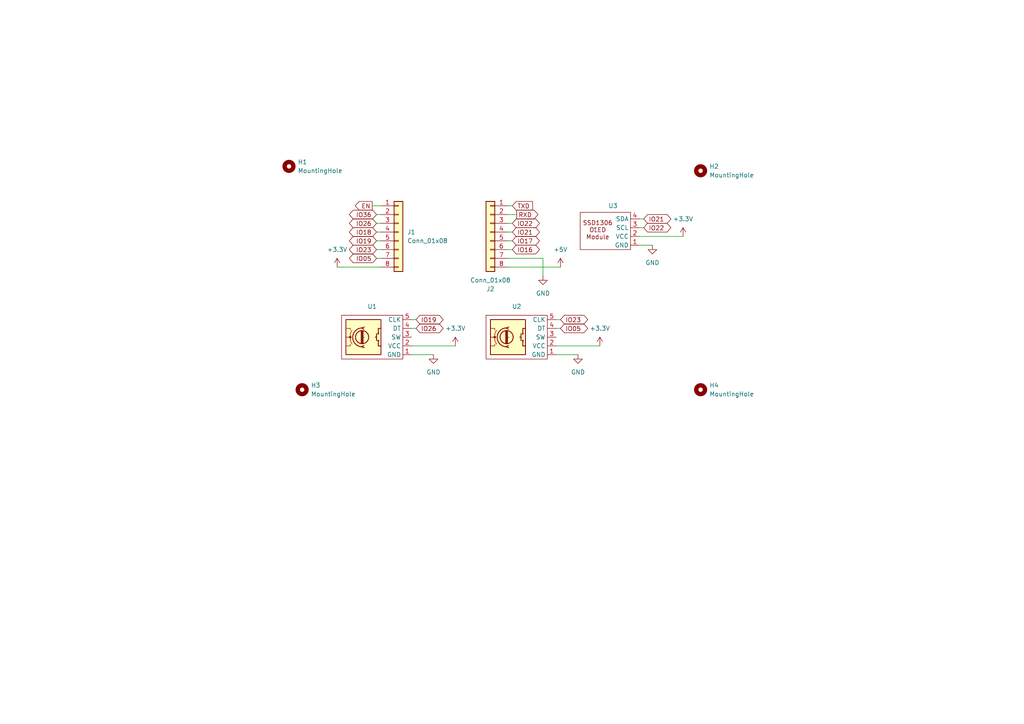
<source format=kicad_sch>
(kicad_sch (version 20230121) (generator eeschema)
  (paper "A4")
  (lib_symbols
    (symbol "000_mylibrary:+3.3V" (power) (pin_names (offset 0))
      (property "Value" "+3.3V" (at 0 3.556 0))
      (symbol "+3.3V_0_1"
        (polyline (pts (xy -0.762 1.27) (xy 0 2.54)))
        (polyline (pts (xy 0 0) (xy 0 2.54)))
        (polyline (pts (xy 0 2.54) (xy 0.762 1.27)))
      )
      (symbol "+3.3V_1_1"
        (pin power_in line (at 0 0 90) (length 0) hide (name "+3.3V") (number "1"))
      )
    )
    (symbol "000_mylibrary:SSD1306_OLED_module"
      (property "Reference" "U" (at -0.635 -8.255 0))
      (symbol "SSD1306_OLED_module_0_1"
        (rectangle (start -9.525 4.445) (end 5.08 -6.35))
      )
      (symbol "SSD1306_OLED_module_1_1"
        (text "SSD1306\nOLED\nModule" (at -4.445 -0.635 0) (effects (font (size 1.27 1.27))))
        (pin input line (at 7.62 -5.08 180) (length 2.54) (name "GND") (number "1"))
        (pin input line (at 7.62 -2.54 180) (length 2.54) (name "VCC") (number "2"))
        (pin input line (at 7.62 0 180) (length 2.54) (name "SCL") (number "3"))
        (pin bidirectional line (at 7.62 2.54 180) (length 2.54) (name "SDA") (number "4"))
      )
    )
    (symbol "000_mylibrary:rot_enc_module"
      (property "Reference" "U" (at -5.08 7.62 0))
      (symbol "rot_enc_module_0_1"
        (rectangle (start -11.43 6.35) (end 6.35 -6.35))
        (rectangle (start -10.16 5.08) (end 0 -5.08) (stroke (width 0.254)) (fill (type background)))
        (circle (center -8.89 0) (radius 0.254) (fill (type outline)))
        (circle (center -5.461 0) (radius 1.905) (stroke (width 0.254)))
        (arc (start -5.461 2.667) (mid -8.1788 -0.0635) (end -5.461 -2.794) (stroke (width 0.254)))
        (circle (center -0.762 -1.016) (radius 0.127) (stroke (width 0.254)))
        (circle (center -0.762 1.016) (radius 0.127) (stroke (width 0.254)))
        (polyline (pts (xy -5.715 -1.778) (xy -5.715 1.778)) (stroke (width 0.254)))
        (polyline (pts (xy -5.461 -1.778) (xy -5.461 1.778)) (stroke (width 0.254)))
        (polyline (pts (xy -5.207 1.778) (xy -5.207 -1.778)) (stroke (width 0.254)))
        (polyline (pts (xy -1.27 0) (xy -1.651 0)) (stroke (width 0.254)))
        (polyline (pts (xy -1.27 1.016) (xy -1.27 -1.016)) (stroke (width 0.254)))
        (polyline (pts (xy -10.16 -2.54) (xy -8.89 -2.54) (xy -8.89 -2.032)))
        (polyline (pts (xy -10.16 2.54) (xy -8.89 2.54) (xy -8.89 2.032)))
        (polyline (pts (xy -4.826 -3.048) (xy -5.588 -2.794) (xy -4.953 -2.413)) (stroke (width 0.254)))
        (polyline (pts (xy -4.826 2.921) (xy -5.588 2.667) (xy -4.953 2.286)) (stroke (width 0.254)))
        (polyline (pts (xy 0 -2.54) (xy -0.762 -2.54) (xy -0.762 -1.016)) (stroke (width 0.254)))
        (polyline (pts (xy 0 2.54) (xy -0.762 2.54) (xy -0.762 1.016)) (stroke (width 0.254)))
        (polyline (pts (xy -10.16 0) (xy -8.89 0) (xy -8.89 -1.016) (xy -8.382 -2.032)))
        (polyline (pts (xy -9.398 0) (xy -8.89 0) (xy -8.89 1.016) (xy -8.382 2.032)))
      )
      (symbol "rot_enc_module_1_1"
        (pin bidirectional line (at 8.89 -5.08 180) (length 2.54) (name "GND") (number "1"))
        (pin input line (at 8.89 -2.54 180) (length 2.54) (name "VCC") (number "2"))
        (pin output line (at 8.89 0 180) (length 2.54) (name "SW") (number "3"))
        (pin output line (at 8.89 2.54 180) (length 2.54) (name "DT") (number "4"))
        (pin output line (at 8.89 5.08 180) (length 2.54) (name "CLK") (number "5"))
      )
    )
    (symbol "Connector_Generic:Conn_01x08" (pin_names (offset 1.016) hide)
      (property "Reference" "J" (at 0 10.16 0))
      (property "Value" "Conn_01x08" (at 0 -12.7 0))
      (symbol "Conn_01x08_1_1"
        (rectangle (start -1.27 -10.033) (end 0 -10.287) (stroke (width 0.1524)))
        (rectangle (start -1.27 -7.493) (end 0 -7.747) (stroke (width 0.1524)))
        (rectangle (start -1.27 -4.953) (end 0 -5.207) (stroke (width 0.1524)))
        (rectangle (start -1.27 -2.413) (end 0 -2.667) (stroke (width 0.1524)))
        (rectangle (start -1.27 0.127) (end 0 -0.127) (stroke (width 0.1524)))
        (rectangle (start -1.27 2.667) (end 0 2.413) (stroke (width 0.1524)))
        (rectangle (start -1.27 5.207) (end 0 4.953) (stroke (width 0.1524)))
        (rectangle (start -1.27 7.747) (end 0 7.493) (stroke (width 0.1524)))
        (rectangle (start -1.27 8.89) (end 1.27 -11.43) (stroke (width 0.254)) (fill (type background)))
        (pin passive line (at -5.08 7.62 0) (length 3.81) (name "Pin_1") (number "1"))
        (pin passive line (at -5.08 5.08 0) (length 3.81) (name "Pin_2") (number "2"))
        (pin passive line (at -5.08 2.54 0) (length 3.81) (name "Pin_3") (number "3"))
        (pin passive line (at -5.08 0 0) (length 3.81) (name "Pin_4") (number "4"))
        (pin passive line (at -5.08 -2.54 0) (length 3.81) (name "Pin_5") (number "5"))
        (pin passive line (at -5.08 -5.08 0) (length 3.81) (name "Pin_6") (number "6"))
        (pin passive line (at -5.08 -7.62 0) (length 3.81) (name "Pin_7") (number "7"))
        (pin passive line (at -5.08 -10.16 0) (length 3.81) (name "Pin_8") (number "8"))
      )
    )
    (symbol "Mechanical:MountingHole" (pin_names (offset 1.016))
      (property "Reference" "H" (at 0 5.08 0))
      (property "Value" "MountingHole" (at 0 3.175 0))
      (symbol "MountingHole_0_1"
        (circle (center 0 0) (radius 1.27) (stroke (width 1.27)))
      )
    )
    (symbol "power:+5V" (power) (pin_names (offset 0))
      (property "Value" "+5V" (at 0 3.556 0))
      (symbol "+5V_0_1"
        (polyline (pts (xy -0.762 1.27) (xy 0 2.54)))
        (polyline (pts (xy 0 0) (xy 0 2.54)))
        (polyline (pts (xy 0 2.54) (xy 0.762 1.27)))
      )
      (symbol "+5V_1_1"
        (pin power_in line (at 0 0 90) (length 0) hide (name "+5V") (number "1"))
      )
    )
    (symbol "power:GND" (power) (pin_names (offset 0))
      (property "Value" "GND" (at 0 -3.81 0))
      (symbol "GND_0_1"
        (polyline (pts (xy 0 0) (xy 0 -1.27) (xy 1.27 -1.27) (xy 0 -2.54) (xy -1.27 -1.27) (xy 0 -1.27)))
      )
      (symbol "GND_1_1"
        (pin power_in line (at 0 0 270) (length 0) hide (name "GND") (number "1"))
      )
    )
  )
  (wire (pts (xy 119.38 95.25) (xy 120.65 95.25)))
  (wire (pts (xy 147.32 64.77) (xy 148.59 64.77)))
  (wire (pts (xy 119.38 92.71) (xy 120.65 92.71)))
  (wire (pts (xy 109.22 64.77) (xy 110.49 64.77)))
  (wire (pts (xy 161.29 95.25) (xy 162.56 95.25)))
  (wire (pts (xy 109.22 62.23) (xy 110.49 62.23)))
  (wire (pts (xy 161.29 102.87) (xy 167.64 102.87)))
  (wire (pts (xy 185.42 63.5) (xy 186.69 63.5)))
  (wire (pts (xy 161.29 100.33) (xy 173.99 100.33)))
  (wire (pts (xy 109.22 69.85) (xy 110.49 69.85)))
  (wire (pts (xy 185.42 66.04) (xy 186.69 66.04)))
  (wire (pts (xy 147.32 77.47) (xy 162.56 77.47)))
  (wire (pts (xy 119.38 102.87) (xy 125.73 102.87)))
  (wire (pts (xy 147.32 67.31) (xy 148.59 67.31)))
  (wire (pts (xy 119.38 100.33) (xy 132.08 100.33)))
  (wire (pts (xy 161.29 92.71) (xy 162.56 92.71)))
  (wire (pts (xy 147.32 72.39) (xy 148.59 72.39)))
  (wire (pts (xy 109.22 74.93) (xy 110.49 74.93)))
  (wire (pts (xy 185.42 68.58) (xy 198.12 68.58)))
  (wire (pts (xy 109.22 72.39) (xy 110.49 72.39)))
  (wire (pts (xy 109.22 67.31) (xy 110.49 67.31)))
  (wire (pts (xy 157.48 80.01) (xy 157.48 74.93)))
  (wire (pts (xy 157.48 74.93) (xy 147.32 74.93)))
  (wire (pts (xy 97.79 77.47) (xy 110.49 77.47)))
  (wire (pts (xy 147.32 62.23) (xy 149.86 62.23)))
  (wire (pts (xy 107.95 59.69) (xy 110.49 59.69)))
  (wire (pts (xy 185.42 71.12) (xy 189.23 71.12)))
  (wire (pts (xy 147.32 59.69) (xy 148.59 59.69)))
  (wire (pts (xy 147.32 69.85) (xy 148.59 69.85)))
  (global_label "EN" (shape output) (at 107.95 59.69 180) (property "Intersheetrefs" "${INTERSHEET_REFS}" (effects hide)))
  (global_label "IO22" (shape bidirectional) (at 148.59 64.77 0) (property "Intersheetrefs" "${INTERSHEET_REFS}" (effects hide)))
  (global_label "IO23" (shape bidirectional) (at 162.56 92.71 0) (property "Intersheetrefs" "${INTERSHEET_REFS}" (effects hide)))
  (global_label "IO05" (shape bidirectional) (at 109.22 74.93 180) (property "Intersheetrefs" "${INTERSHEET_REFS}" (effects hide)))
  (global_label "IO16" (shape bidirectional) (at 148.59 72.39 0) (property "Intersheetrefs" "${INTERSHEET_REFS}" (effects hide)))
  (global_label "TXD" (shape input) (at 148.59 59.69 0) (property "Intersheetrefs" "${INTERSHEET_REFS}" (effects hide)))
  (global_label "IO19" (shape bidirectional) (at 109.22 69.85 180) (property "Intersheetrefs" "${INTERSHEET_REFS}" (effects hide)))
  (global_label "IO21" (shape bidirectional) (at 148.59 67.31 0) (property "Intersheetrefs" "${INTERSHEET_REFS}" (effects hide)))
  (global_label "IO22" (shape bidirectional) (at 186.69 66.04 0) (property "Intersheetrefs" "${INTERSHEET_REFS}" (effects hide)))
  (global_label "IO26" (shape bidirectional) (at 120.65 95.25 0) (property "Intersheetrefs" "${INTERSHEET_REFS}" (effects hide)))
  (global_label "IO18" (shape bidirectional) (at 109.22 67.31 180) (property "Intersheetrefs" "${INTERSHEET_REFS}" (effects hide)))
  (global_label "IO17" (shape bidirectional) (at 148.59 69.85 0) (property "Intersheetrefs" "${INTERSHEET_REFS}" (effects hide)))
  (global_label "IO05" (shape bidirectional) (at 162.56 95.25 0) (property "Intersheetrefs" "${INTERSHEET_REFS}" (effects hide)))
  (global_label "IO26" (shape bidirectional) (at 109.22 64.77 180) (property "Intersheetrefs" "${INTERSHEET_REFS}" (effects hide)))
  (global_label "IO23" (shape bidirectional) (at 109.22 72.39 180) (property "Intersheetrefs" "${INTERSHEET_REFS}" (effects hide)))
  (global_label "IO21" (shape bidirectional) (at 186.69 63.5 0) (property "Intersheetrefs" "${INTERSHEET_REFS}" (effects hide)))
  (global_label "IO36" (shape bidirectional) (at 109.22 62.23 180) (property "Intersheetrefs" "${INTERSHEET_REFS}" (effects hide)))
  (global_label "IO19" (shape bidirectional) (at 120.65 92.71 0) (property "Intersheetrefs" "${INTERSHEET_REFS}" (effects hide)))
  (global_label "RXD" (shape output) (at 149.86 62.23 0) (property "Intersheetrefs" "${INTERSHEET_REFS}" (effects hide)))
  (symbol (lib_id "000_mylibrary:+3.3V") (at 173.99 100.33 0) (unit 1)
    (property "Reference" "#PWR07" (effects hide))
    (property "Value" "+3.3V" (at 173.99 95.25 0))
  )
  (symbol (lib_id "Connector_Generic:Conn_01x08") (at 142.24 67.31 0) (mirror y) (unit 1)
    (property "Reference" "J2" (at 142.24 83.82 0))
    (property "Value" "Conn_01x08" (at 142.24 81.28 0))
    (property "Footprint" "AAA_myfootprints:PinHeader_1x08_P2.54mm_Vertical_largepads" (effects hide))
  )
  (symbol (lib_id "000_mylibrary:rot_enc_module") (at 152.4 97.79 0) (unit 1)
    (property "Reference" "U2" (at 149.86 88.9 0))
    (property "Value" "~" (at 147.32 97.79 0))
    (property "Footprint" "AAA_myfootprints:PinHeader_1x05_P2.54mm_Vertical_largepads" (effects hide))
  )
  (symbol (lib_id "000_mylibrary:+3.3V") (at 97.79 77.47 0) (unit 1)
    (property "Reference" "#PWR02" (effects hide))
    (property "Value" "+3.3V" (at 97.79 72.39 0))
  )
  (symbol (lib_id "power:GND") (at 167.64 102.87 0) (unit 1)
    (property "Reference" "#PWR06" (effects hide))
    (property "Value" "GND" (at 167.64 107.95 0))
  )
  (symbol (lib_id "power:+5V") (at 162.56 77.47 0) (unit 1)
    (property "Reference" "#PWR05" (effects hide))
    (property "Value" "+5V" (at 162.56 72.39 0))
  )
  (symbol (lib_id "000_mylibrary:+3.3V") (at 132.08 100.33 0) (unit 1)
    (property "Reference" "#PWR04" (effects hide))
    (property "Value" "+3.3V" (at 132.08 95.25 0))
  )
  (symbol (lib_id "Mechanical:MountingHole") (at 203.2 113.03 0) (unit 1)
    (property "Reference" "H4" (at 205.74 111.76 0) (effects (justify left)))
    (property "Value" "MountingHole" (at 205.74 114.3 0) (effects (justify left)))
    (property "Footprint" "MountingHole:MountingHole_3.2mm_M3" (effects hide))
  )
  (symbol (lib_id "000_mylibrary:+3.3V") (at 198.12 68.58 0) (unit 1)
    (property "Reference" "#PWR09" (effects hide))
    (property "Value" "+3.3V" (at 198.12 63.5 0))
  )
  (symbol (lib_id "power:GND") (at 189.23 71.12 0) (unit 1)
    (property "Reference" "#PWR08" (effects hide))
    (property "Value" "GND" (at 189.23 76.2 0))
  )
  (symbol (lib_id "Mechanical:MountingHole") (at 203.2 49.53 0) (unit 1)
    (property "Reference" "H2" (at 205.74 48.26 0) (effects (justify left)))
    (property "Value" "MountingHole" (at 205.74 50.8 0) (effects (justify left)))
    (property "Footprint" "MountingHole:MountingHole_3.2mm_M3" (effects hide))
  )
  (symbol (lib_id "power:GND") (at 157.48 80.01 0) (unit 1)
    (property "Reference" "#PWR01" (effects hide))
    (property "Value" "GND" (at 157.48 85.09 0))
  )
  (symbol (lib_id "Connector_Generic:Conn_01x08") (at 115.57 67.31 0) (unit 1)
    (property "Reference" "J1" (at 118.11 67.31 0) (effects (justify left)))
    (property "Value" "Conn_01x08" (at 118.11 69.85 0) (effects (justify left)))
    (property "Footprint" "AAA_myfootprints:PinHeader_1x08_P2.54mm_Vertical_largepads" (effects hide))
  )
  (symbol (lib_id "Mechanical:MountingHole") (at 87.63 113.03 0) (unit 1)
    (property "Reference" "H3" (at 90.17 111.76 0) (effects (justify left)))
    (property "Value" "MountingHole" (at 90.17 114.3 0) (effects (justify left)))
    (property "Footprint" "MountingHole:MountingHole_3.2mm_M3" (effects hide))
  )
  (symbol (lib_id "000_mylibrary:SSD1306_OLED_module") (at 177.8 66.04 0) (unit 1)
    (property "Reference" "U3" (at 177.8 59.69 0))
    (property "Value" "~" (at 172.72 66.04 0))
    (property "Footprint" "AAA_myfootprints:PinHeader_1x04_P2.54mm_Vertical_longpads" (effects hide))
  )
  (symbol (lib_id "Mechanical:MountingHole") (at 83.82 48.26 0) (unit 1)
    (property "Reference" "H1" (at 86.36 46.99 0) (effects (justify left)))
    (property "Value" "MountingHole" (at 86.36 49.53 0) (effects (justify left)))
    (property "Footprint" "MountingHole:MountingHole_3.2mm_M3" (effects hide))
  )
  (symbol (lib_id "000_mylibrary:rot_enc_module") (at 110.49 97.79 0) (unit 1)
    (property "Reference" "U1" (at 107.95 88.9 0))
    (property "Value" "~" (at 105.41 97.79 0))
    (property "Footprint" "AAA_myfootprints:PinHeader_1x05_P2.54mm_Vertical_largepads" (effects hide))
  )
  (symbol (lib_id "power:GND") (at 125.73 102.87 0) (unit 1)
    (property "Reference" "#PWR03" (effects hide))
    (property "Value" "GND" (at 125.73 107.95 0))
  )
)
</source>
